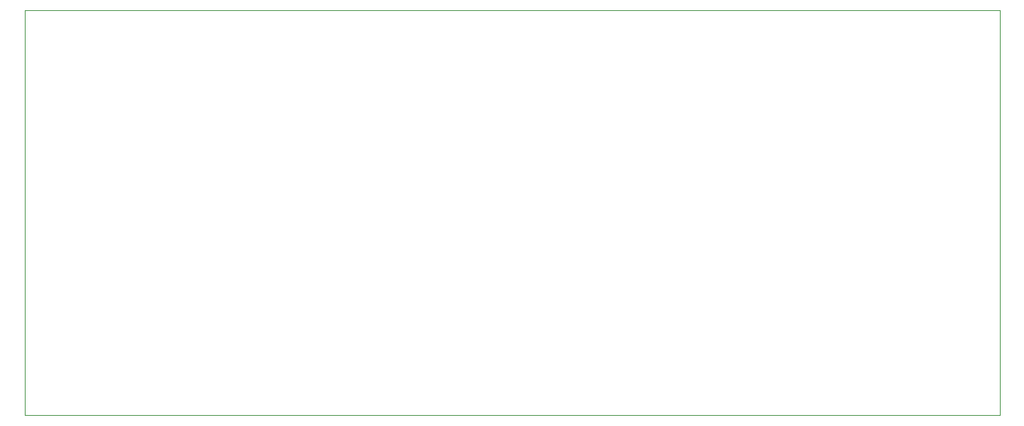
<source format=gbr>
%TF.GenerationSoftware,KiCad,Pcbnew,7.0.8*%
%TF.CreationDate,2024-04-25T10:28:09-06:00*%
%TF.ProjectId,ProtoBadge,50726f74-6f42-4616-9467-652e6b696361,rev?*%
%TF.SameCoordinates,Original*%
%TF.FileFunction,Profile,NP*%
%FSLAX46Y46*%
G04 Gerber Fmt 4.6, Leading zero omitted, Abs format (unit mm)*
G04 Created by KiCad (PCBNEW 7.0.8) date 2024-04-25 10:28:09*
%MOMM*%
%LPD*%
G01*
G04 APERTURE LIST*
%TA.AperFunction,Profile*%
%ADD10C,0.100000*%
%TD*%
G04 APERTURE END LIST*
D10*
X46000000Y-90000000D02*
X159000000Y-90000000D01*
X159000000Y-137000000D01*
X46000000Y-137000000D01*
X46000000Y-90000000D01*
M02*

</source>
